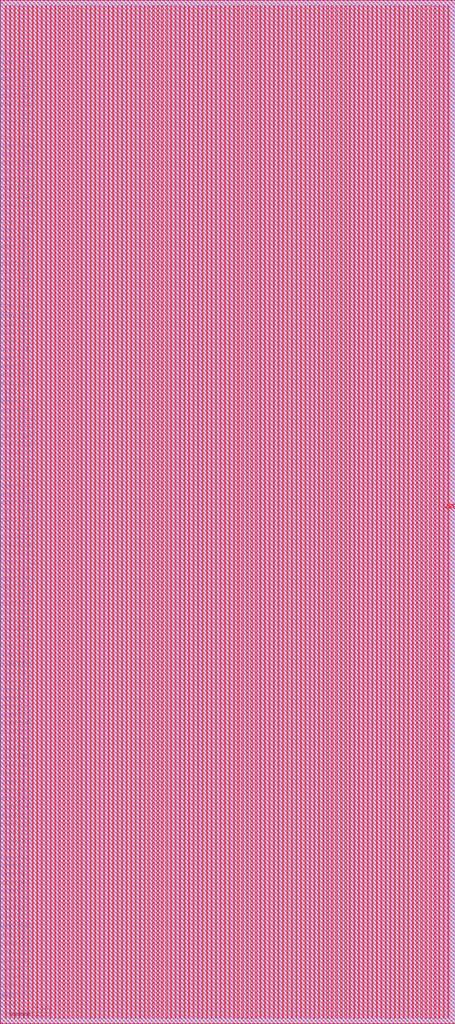
<source format=lef>
VERSION 5.7 ;
BUSBITCHARS "[]" ;
MACRO liteeth_32x384_32_sram
  FOREIGN liteeth_32x384_32_sram 0 0 ;
  SYMMETRY X Y R90 ;
  SIZE 114.000 BY 256.200 ;
  CLASS BLOCK ;
  PIN clk0
    DIRECTION INPUT ;
    USE SIGNAL ;
    SHAPE ABUTMENT ;
    PORT
      LAYER metal3 ;
      RECT 0.000 1.365 0.070 1.435 ;
    END
  END clk0
  PIN csb0
    DIRECTION INPUT ;
    USE SIGNAL ;
    SHAPE ABUTMENT ;
    PORT
      LAYER metal3 ;
      RECT 0.000 3.465 0.070 3.535 ;
    END
  END csb0
  PIN web0
    DIRECTION INPUT ;
    USE SIGNAL ;
    SHAPE ABUTMENT ;
    PORT
      LAYER metal3 ;
      RECT 0.000 5.565 0.070 5.635 ;
    END
  END web0
  PIN addr0[0]
    DIRECTION INPUT ;
    USE SIGNAL ;
    SHAPE ABUTMENT ;
    PORT
      LAYER metal3 ;
      RECT 0.000 6.125 0.070 6.195 ;
    END
  END addr0[0]
  PIN addr0[1]
    DIRECTION INPUT ;
    USE SIGNAL ;
    SHAPE ABUTMENT ;
    PORT
      LAYER metal3 ;
      RECT 0.000 8.225 0.070 8.295 ;
    END
  END addr0[1]
  PIN addr0[2]
    DIRECTION INPUT ;
    USE SIGNAL ;
    SHAPE ABUTMENT ;
    PORT
      LAYER metal3 ;
      RECT 0.000 10.325 0.070 10.395 ;
    END
  END addr0[2]
  PIN addr0[3]
    DIRECTION INPUT ;
    USE SIGNAL ;
    SHAPE ABUTMENT ;
    PORT
      LAYER metal3 ;
      RECT 0.000 12.425 0.070 12.495 ;
    END
  END addr0[3]
  PIN addr0[4]
    DIRECTION INPUT ;
    USE SIGNAL ;
    SHAPE ABUTMENT ;
    PORT
      LAYER metal3 ;
      RECT 0.000 14.525 0.070 14.595 ;
    END
  END addr0[4]
  PIN addr0[5]
    DIRECTION INPUT ;
    USE SIGNAL ;
    SHAPE ABUTMENT ;
    PORT
      LAYER metal3 ;
      RECT 0.000 16.625 0.070 16.695 ;
    END
  END addr0[5]
  PIN addr0[6]
    DIRECTION INPUT ;
    USE SIGNAL ;
    SHAPE ABUTMENT ;
    PORT
      LAYER metal3 ;
      RECT 0.000 18.725 0.070 18.795 ;
    END
  END addr0[6]
  PIN addr0[7]
    DIRECTION INPUT ;
    USE SIGNAL ;
    SHAPE ABUTMENT ;
    PORT
      LAYER metal3 ;
      RECT 0.000 20.825 0.070 20.895 ;
    END
  END addr0[7]
  PIN addr0[8]
    DIRECTION INPUT ;
    USE SIGNAL ;
    SHAPE ABUTMENT ;
    PORT
      LAYER metal3 ;
      RECT 0.000 22.925 0.070 22.995 ;
    END
  END addr0[8]
  PIN din0[0]
    DIRECTION INPUT ;
    USE SIGNAL ;
    SHAPE ABUTMENT ;
    PORT
      LAYER metal3 ;
      RECT 0.000 23.485 0.070 23.555 ;
    END
  END din0[0]
  PIN din0[1]
    DIRECTION INPUT ;
    USE SIGNAL ;
    SHAPE ABUTMENT ;
    PORT
      LAYER metal3 ;
      RECT 0.000 25.585 0.070 25.655 ;
    END
  END din0[1]
  PIN din0[2]
    DIRECTION INPUT ;
    USE SIGNAL ;
    SHAPE ABUTMENT ;
    PORT
      LAYER metal3 ;
      RECT 0.000 27.685 0.070 27.755 ;
    END
  END din0[2]
  PIN din0[3]
    DIRECTION INPUT ;
    USE SIGNAL ;
    SHAPE ABUTMENT ;
    PORT
      LAYER metal3 ;
      RECT 0.000 29.785 0.070 29.855 ;
    END
  END din0[3]
  PIN din0[4]
    DIRECTION INPUT ;
    USE SIGNAL ;
    SHAPE ABUTMENT ;
    PORT
      LAYER metal3 ;
      RECT 0.000 31.885 0.070 31.955 ;
    END
  END din0[4]
  PIN din0[5]
    DIRECTION INPUT ;
    USE SIGNAL ;
    SHAPE ABUTMENT ;
    PORT
      LAYER metal3 ;
      RECT 0.000 33.985 0.070 34.055 ;
    END
  END din0[5]
  PIN din0[6]
    DIRECTION INPUT ;
    USE SIGNAL ;
    SHAPE ABUTMENT ;
    PORT
      LAYER metal3 ;
      RECT 0.000 36.085 0.070 36.155 ;
    END
  END din0[6]
  PIN din0[7]
    DIRECTION INPUT ;
    USE SIGNAL ;
    SHAPE ABUTMENT ;
    PORT
      LAYER metal3 ;
      RECT 0.000 38.185 0.070 38.255 ;
    END
  END din0[7]
  PIN din0[8]
    DIRECTION INPUT ;
    USE SIGNAL ;
    SHAPE ABUTMENT ;
    PORT
      LAYER metal3 ;
      RECT 0.000 40.285 0.070 40.355 ;
    END
  END din0[8]
  PIN din0[9]
    DIRECTION INPUT ;
    USE SIGNAL ;
    SHAPE ABUTMENT ;
    PORT
      LAYER metal3 ;
      RECT 0.000 42.385 0.070 42.455 ;
    END
  END din0[9]
  PIN din0[10]
    DIRECTION INPUT ;
    USE SIGNAL ;
    SHAPE ABUTMENT ;
    PORT
      LAYER metal3 ;
      RECT 0.000 44.485 0.070 44.555 ;
    END
  END din0[10]
  PIN din0[11]
    DIRECTION INPUT ;
    USE SIGNAL ;
    SHAPE ABUTMENT ;
    PORT
      LAYER metal3 ;
      RECT 0.000 46.585 0.070 46.655 ;
    END
  END din0[11]
  PIN din0[12]
    DIRECTION INPUT ;
    USE SIGNAL ;
    SHAPE ABUTMENT ;
    PORT
      LAYER metal3 ;
      RECT 0.000 48.685 0.070 48.755 ;
    END
  END din0[12]
  PIN din0[13]
    DIRECTION INPUT ;
    USE SIGNAL ;
    SHAPE ABUTMENT ;
    PORT
      LAYER metal3 ;
      RECT 0.000 50.785 0.070 50.855 ;
    END
  END din0[13]
  PIN din0[14]
    DIRECTION INPUT ;
    USE SIGNAL ;
    SHAPE ABUTMENT ;
    PORT
      LAYER metal3 ;
      RECT 0.000 52.885 0.070 52.955 ;
    END
  END din0[14]
  PIN din0[15]
    DIRECTION INPUT ;
    USE SIGNAL ;
    SHAPE ABUTMENT ;
    PORT
      LAYER metal3 ;
      RECT 0.000 54.985 0.070 55.055 ;
    END
  END din0[15]
  PIN din0[16]
    DIRECTION INPUT ;
    USE SIGNAL ;
    SHAPE ABUTMENT ;
    PORT
      LAYER metal3 ;
      RECT 0.000 57.085 0.070 57.155 ;
    END
  END din0[16]
  PIN din0[17]
    DIRECTION INPUT ;
    USE SIGNAL ;
    SHAPE ABUTMENT ;
    PORT
      LAYER metal3 ;
      RECT 0.000 59.185 0.070 59.255 ;
    END
  END din0[17]
  PIN din0[18]
    DIRECTION INPUT ;
    USE SIGNAL ;
    SHAPE ABUTMENT ;
    PORT
      LAYER metal3 ;
      RECT 0.000 61.285 0.070 61.355 ;
    END
  END din0[18]
  PIN din0[19]
    DIRECTION INPUT ;
    USE SIGNAL ;
    SHAPE ABUTMENT ;
    PORT
      LAYER metal3 ;
      RECT 0.000 63.385 0.070 63.455 ;
    END
  END din0[19]
  PIN din0[20]
    DIRECTION INPUT ;
    USE SIGNAL ;
    SHAPE ABUTMENT ;
    PORT
      LAYER metal3 ;
      RECT 0.000 65.485 0.070 65.555 ;
    END
  END din0[20]
  PIN din0[21]
    DIRECTION INPUT ;
    USE SIGNAL ;
    SHAPE ABUTMENT ;
    PORT
      LAYER metal3 ;
      RECT 0.000 67.585 0.070 67.655 ;
    END
  END din0[21]
  PIN din0[22]
    DIRECTION INPUT ;
    USE SIGNAL ;
    SHAPE ABUTMENT ;
    PORT
      LAYER metal3 ;
      RECT 0.000 69.685 0.070 69.755 ;
    END
  END din0[22]
  PIN din0[23]
    DIRECTION INPUT ;
    USE SIGNAL ;
    SHAPE ABUTMENT ;
    PORT
      LAYER metal3 ;
      RECT 0.000 71.785 0.070 71.855 ;
    END
  END din0[23]
  PIN din0[24]
    DIRECTION INPUT ;
    USE SIGNAL ;
    SHAPE ABUTMENT ;
    PORT
      LAYER metal3 ;
      RECT 0.000 73.885 0.070 73.955 ;
    END
  END din0[24]
  PIN din0[25]
    DIRECTION INPUT ;
    USE SIGNAL ;
    SHAPE ABUTMENT ;
    PORT
      LAYER metal3 ;
      RECT 0.000 75.985 0.070 76.055 ;
    END
  END din0[25]
  PIN din0[26]
    DIRECTION INPUT ;
    USE SIGNAL ;
    SHAPE ABUTMENT ;
    PORT
      LAYER metal3 ;
      RECT 0.000 78.085 0.070 78.155 ;
    END
  END din0[26]
  PIN din0[27]
    DIRECTION INPUT ;
    USE SIGNAL ;
    SHAPE ABUTMENT ;
    PORT
      LAYER metal3 ;
      RECT 0.000 80.185 0.070 80.255 ;
    END
  END din0[27]
  PIN din0[28]
    DIRECTION INPUT ;
    USE SIGNAL ;
    SHAPE ABUTMENT ;
    PORT
      LAYER metal3 ;
      RECT 0.000 82.285 0.070 82.355 ;
    END
  END din0[28]
  PIN din0[29]
    DIRECTION INPUT ;
    USE SIGNAL ;
    SHAPE ABUTMENT ;
    PORT
      LAYER metal3 ;
      RECT 0.000 84.385 0.070 84.455 ;
    END
  END din0[29]
  PIN din0[30]
    DIRECTION INPUT ;
    USE SIGNAL ;
    SHAPE ABUTMENT ;
    PORT
      LAYER metal3 ;
      RECT 0.000 86.485 0.070 86.555 ;
    END
  END din0[30]
  PIN din0[31]
    DIRECTION INPUT ;
    USE SIGNAL ;
    SHAPE ABUTMENT ;
    PORT
      LAYER metal3 ;
      RECT 0.000 88.585 0.070 88.655 ;
    END
  END din0[31]
  PIN dout0[0]
    DIRECTION OUTPUT ;
    USE SIGNAL ;
    SHAPE ABUTMENT ;
    PORT
      LAYER metal3 ;
      RECT 0.000 89.145 0.070 89.215 ;
    END
  END dout0[0]
  PIN dout0[1]
    DIRECTION OUTPUT ;
    USE SIGNAL ;
    SHAPE ABUTMENT ;
    PORT
      LAYER metal3 ;
      RECT 0.000 91.245 0.070 91.315 ;
    END
  END dout0[1]
  PIN dout0[2]
    DIRECTION OUTPUT ;
    USE SIGNAL ;
    SHAPE ABUTMENT ;
    PORT
      LAYER metal3 ;
      RECT 0.000 93.345 0.070 93.415 ;
    END
  END dout0[2]
  PIN dout0[3]
    DIRECTION OUTPUT ;
    USE SIGNAL ;
    SHAPE ABUTMENT ;
    PORT
      LAYER metal3 ;
      RECT 0.000 95.445 0.070 95.515 ;
    END
  END dout0[3]
  PIN dout0[4]
    DIRECTION OUTPUT ;
    USE SIGNAL ;
    SHAPE ABUTMENT ;
    PORT
      LAYER metal3 ;
      RECT 0.000 97.545 0.070 97.615 ;
    END
  END dout0[4]
  PIN dout0[5]
    DIRECTION OUTPUT ;
    USE SIGNAL ;
    SHAPE ABUTMENT ;
    PORT
      LAYER metal3 ;
      RECT 0.000 99.645 0.070 99.715 ;
    END
  END dout0[5]
  PIN dout0[6]
    DIRECTION OUTPUT ;
    USE SIGNAL ;
    SHAPE ABUTMENT ;
    PORT
      LAYER metal3 ;
      RECT 0.000 101.745 0.070 101.815 ;
    END
  END dout0[6]
  PIN dout0[7]
    DIRECTION OUTPUT ;
    USE SIGNAL ;
    SHAPE ABUTMENT ;
    PORT
      LAYER metal3 ;
      RECT 0.000 103.845 0.070 103.915 ;
    END
  END dout0[7]
  PIN dout0[8]
    DIRECTION OUTPUT ;
    USE SIGNAL ;
    SHAPE ABUTMENT ;
    PORT
      LAYER metal3 ;
      RECT 0.000 105.945 0.070 106.015 ;
    END
  END dout0[8]
  PIN dout0[9]
    DIRECTION OUTPUT ;
    USE SIGNAL ;
    SHAPE ABUTMENT ;
    PORT
      LAYER metal3 ;
      RECT 0.000 108.045 0.070 108.115 ;
    END
  END dout0[9]
  PIN dout0[10]
    DIRECTION OUTPUT ;
    USE SIGNAL ;
    SHAPE ABUTMENT ;
    PORT
      LAYER metal3 ;
      RECT 0.000 110.145 0.070 110.215 ;
    END
  END dout0[10]
  PIN dout0[11]
    DIRECTION OUTPUT ;
    USE SIGNAL ;
    SHAPE ABUTMENT ;
    PORT
      LAYER metal3 ;
      RECT 0.000 112.245 0.070 112.315 ;
    END
  END dout0[11]
  PIN dout0[12]
    DIRECTION OUTPUT ;
    USE SIGNAL ;
    SHAPE ABUTMENT ;
    PORT
      LAYER metal3 ;
      RECT 0.000 114.345 0.070 114.415 ;
    END
  END dout0[12]
  PIN dout0[13]
    DIRECTION OUTPUT ;
    USE SIGNAL ;
    SHAPE ABUTMENT ;
    PORT
      LAYER metal3 ;
      RECT 0.000 116.445 0.070 116.515 ;
    END
  END dout0[13]
  PIN dout0[14]
    DIRECTION OUTPUT ;
    USE SIGNAL ;
    SHAPE ABUTMENT ;
    PORT
      LAYER metal3 ;
      RECT 0.000 118.545 0.070 118.615 ;
    END
  END dout0[14]
  PIN dout0[15]
    DIRECTION OUTPUT ;
    USE SIGNAL ;
    SHAPE ABUTMENT ;
    PORT
      LAYER metal3 ;
      RECT 0.000 120.645 0.070 120.715 ;
    END
  END dout0[15]
  PIN dout0[16]
    DIRECTION OUTPUT ;
    USE SIGNAL ;
    SHAPE ABUTMENT ;
    PORT
      LAYER metal3 ;
      RECT 0.000 122.745 0.070 122.815 ;
    END
  END dout0[16]
  PIN dout0[17]
    DIRECTION OUTPUT ;
    USE SIGNAL ;
    SHAPE ABUTMENT ;
    PORT
      LAYER metal3 ;
      RECT 0.000 124.845 0.070 124.915 ;
    END
  END dout0[17]
  PIN dout0[18]
    DIRECTION OUTPUT ;
    USE SIGNAL ;
    SHAPE ABUTMENT ;
    PORT
      LAYER metal3 ;
      RECT 0.000 126.945 0.070 127.015 ;
    END
  END dout0[18]
  PIN dout0[19]
    DIRECTION OUTPUT ;
    USE SIGNAL ;
    SHAPE ABUTMENT ;
    PORT
      LAYER metal3 ;
      RECT 0.000 129.045 0.070 129.115 ;
    END
  END dout0[19]
  PIN dout0[20]
    DIRECTION OUTPUT ;
    USE SIGNAL ;
    SHAPE ABUTMENT ;
    PORT
      LAYER metal3 ;
      RECT 0.000 131.145 0.070 131.215 ;
    END
  END dout0[20]
  PIN dout0[21]
    DIRECTION OUTPUT ;
    USE SIGNAL ;
    SHAPE ABUTMENT ;
    PORT
      LAYER metal3 ;
      RECT 0.000 133.245 0.070 133.315 ;
    END
  END dout0[21]
  PIN dout0[22]
    DIRECTION OUTPUT ;
    USE SIGNAL ;
    SHAPE ABUTMENT ;
    PORT
      LAYER metal3 ;
      RECT 0.000 135.345 0.070 135.415 ;
    END
  END dout0[22]
  PIN dout0[23]
    DIRECTION OUTPUT ;
    USE SIGNAL ;
    SHAPE ABUTMENT ;
    PORT
      LAYER metal3 ;
      RECT 0.000 137.445 0.070 137.515 ;
    END
  END dout0[23]
  PIN dout0[24]
    DIRECTION OUTPUT ;
    USE SIGNAL ;
    SHAPE ABUTMENT ;
    PORT
      LAYER metal3 ;
      RECT 0.000 139.545 0.070 139.615 ;
    END
  END dout0[24]
  PIN dout0[25]
    DIRECTION OUTPUT ;
    USE SIGNAL ;
    SHAPE ABUTMENT ;
    PORT
      LAYER metal3 ;
      RECT 0.000 141.645 0.070 141.715 ;
    END
  END dout0[25]
  PIN dout0[26]
    DIRECTION OUTPUT ;
    USE SIGNAL ;
    SHAPE ABUTMENT ;
    PORT
      LAYER metal3 ;
      RECT 0.000 143.745 0.070 143.815 ;
    END
  END dout0[26]
  PIN dout0[27]
    DIRECTION OUTPUT ;
    USE SIGNAL ;
    SHAPE ABUTMENT ;
    PORT
      LAYER metal3 ;
      RECT 0.000 145.845 0.070 145.915 ;
    END
  END dout0[27]
  PIN dout0[28]
    DIRECTION OUTPUT ;
    USE SIGNAL ;
    SHAPE ABUTMENT ;
    PORT
      LAYER metal3 ;
      RECT 0.000 147.945 0.070 148.015 ;
    END
  END dout0[28]
  PIN dout0[29]
    DIRECTION OUTPUT ;
    USE SIGNAL ;
    SHAPE ABUTMENT ;
    PORT
      LAYER metal3 ;
      RECT 0.000 150.045 0.070 150.115 ;
    END
  END dout0[29]
  PIN dout0[30]
    DIRECTION OUTPUT ;
    USE SIGNAL ;
    SHAPE ABUTMENT ;
    PORT
      LAYER metal3 ;
      RECT 0.000 152.145 0.070 152.215 ;
    END
  END dout0[30]
  PIN dout0[31]
    DIRECTION OUTPUT ;
    USE SIGNAL ;
    SHAPE ABUTMENT ;
    PORT
      LAYER metal3 ;
      RECT 0.000 154.245 0.070 154.315 ;
    END
  END dout0[31]
  PIN clk1
    DIRECTION INPUT ;
    USE SIGNAL ;
    SHAPE ABUTMENT ;
    PORT
      LAYER metal3 ;
      RECT 0.000 154.805 0.070 154.875 ;
    END
  END clk1
  PIN csb1
    DIRECTION INPUT ;
    USE SIGNAL ;
    SHAPE ABUTMENT ;
    PORT
      LAYER metal3 ;
      RECT 0.000 156.905 0.070 156.975 ;
    END
  END csb1
  PIN addr1[0]
    DIRECTION INPUT ;
    USE SIGNAL ;
    SHAPE ABUTMENT ;
    PORT
      LAYER metal3 ;
      RECT 0.000 159.005 0.070 159.075 ;
    END
  END addr1[0]
  PIN addr1[1]
    DIRECTION INPUT ;
    USE SIGNAL ;
    SHAPE ABUTMENT ;
    PORT
      LAYER metal3 ;
      RECT 0.000 161.105 0.070 161.175 ;
    END
  END addr1[1]
  PIN addr1[2]
    DIRECTION INPUT ;
    USE SIGNAL ;
    SHAPE ABUTMENT ;
    PORT
      LAYER metal3 ;
      RECT 0.000 163.205 0.070 163.275 ;
    END
  END addr1[2]
  PIN addr1[3]
    DIRECTION INPUT ;
    USE SIGNAL ;
    SHAPE ABUTMENT ;
    PORT
      LAYER metal3 ;
      RECT 0.000 165.305 0.070 165.375 ;
    END
  END addr1[3]
  PIN addr1[4]
    DIRECTION INPUT ;
    USE SIGNAL ;
    SHAPE ABUTMENT ;
    PORT
      LAYER metal3 ;
      RECT 0.000 167.405 0.070 167.475 ;
    END
  END addr1[4]
  PIN addr1[5]
    DIRECTION INPUT ;
    USE SIGNAL ;
    SHAPE ABUTMENT ;
    PORT
      LAYER metal3 ;
      RECT 0.000 169.505 0.070 169.575 ;
    END
  END addr1[5]
  PIN addr1[6]
    DIRECTION INPUT ;
    USE SIGNAL ;
    SHAPE ABUTMENT ;
    PORT
      LAYER metal3 ;
      RECT 0.000 171.605 0.070 171.675 ;
    END
  END addr1[6]
  PIN addr1[7]
    DIRECTION INPUT ;
    USE SIGNAL ;
    SHAPE ABUTMENT ;
    PORT
      LAYER metal3 ;
      RECT 0.000 173.705 0.070 173.775 ;
    END
  END addr1[7]
  PIN addr1[8]
    DIRECTION INPUT ;
    USE SIGNAL ;
    SHAPE ABUTMENT ;
    PORT
      LAYER metal3 ;
      RECT 0.000 175.805 0.070 175.875 ;
    END
  END addr1[8]
  PIN dout1[0]
    DIRECTION OUTPUT ;
    USE SIGNAL ;
    SHAPE ABUTMENT ;
    PORT
      LAYER metal3 ;
      RECT 0.000 176.365 0.070 176.435 ;
    END
  END dout1[0]
  PIN dout1[1]
    DIRECTION OUTPUT ;
    USE SIGNAL ;
    SHAPE ABUTMENT ;
    PORT
      LAYER metal3 ;
      RECT 0.000 178.465 0.070 178.535 ;
    END
  END dout1[1]
  PIN dout1[2]
    DIRECTION OUTPUT ;
    USE SIGNAL ;
    SHAPE ABUTMENT ;
    PORT
      LAYER metal3 ;
      RECT 0.000 180.565 0.070 180.635 ;
    END
  END dout1[2]
  PIN dout1[3]
    DIRECTION OUTPUT ;
    USE SIGNAL ;
    SHAPE ABUTMENT ;
    PORT
      LAYER metal3 ;
      RECT 0.000 182.665 0.070 182.735 ;
    END
  END dout1[3]
  PIN dout1[4]
    DIRECTION OUTPUT ;
    USE SIGNAL ;
    SHAPE ABUTMENT ;
    PORT
      LAYER metal3 ;
      RECT 0.000 184.765 0.070 184.835 ;
    END
  END dout1[4]
  PIN dout1[5]
    DIRECTION OUTPUT ;
    USE SIGNAL ;
    SHAPE ABUTMENT ;
    PORT
      LAYER metal3 ;
      RECT 0.000 186.865 0.070 186.935 ;
    END
  END dout1[5]
  PIN dout1[6]
    DIRECTION OUTPUT ;
    USE SIGNAL ;
    SHAPE ABUTMENT ;
    PORT
      LAYER metal3 ;
      RECT 0.000 188.965 0.070 189.035 ;
    END
  END dout1[6]
  PIN dout1[7]
    DIRECTION OUTPUT ;
    USE SIGNAL ;
    SHAPE ABUTMENT ;
    PORT
      LAYER metal3 ;
      RECT 0.000 191.065 0.070 191.135 ;
    END
  END dout1[7]
  PIN dout1[8]
    DIRECTION OUTPUT ;
    USE SIGNAL ;
    SHAPE ABUTMENT ;
    PORT
      LAYER metal3 ;
      RECT 0.000 193.165 0.070 193.235 ;
    END
  END dout1[8]
  PIN dout1[9]
    DIRECTION OUTPUT ;
    USE SIGNAL ;
    SHAPE ABUTMENT ;
    PORT
      LAYER metal3 ;
      RECT 0.000 195.265 0.070 195.335 ;
    END
  END dout1[9]
  PIN dout1[10]
    DIRECTION OUTPUT ;
    USE SIGNAL ;
    SHAPE ABUTMENT ;
    PORT
      LAYER metal3 ;
      RECT 0.000 197.365 0.070 197.435 ;
    END
  END dout1[10]
  PIN dout1[11]
    DIRECTION OUTPUT ;
    USE SIGNAL ;
    SHAPE ABUTMENT ;
    PORT
      LAYER metal3 ;
      RECT 0.000 199.465 0.070 199.535 ;
    END
  END dout1[11]
  PIN dout1[12]
    DIRECTION OUTPUT ;
    USE SIGNAL ;
    SHAPE ABUTMENT ;
    PORT
      LAYER metal3 ;
      RECT 0.000 201.565 0.070 201.635 ;
    END
  END dout1[12]
  PIN dout1[13]
    DIRECTION OUTPUT ;
    USE SIGNAL ;
    SHAPE ABUTMENT ;
    PORT
      LAYER metal3 ;
      RECT 0.000 203.665 0.070 203.735 ;
    END
  END dout1[13]
  PIN dout1[14]
    DIRECTION OUTPUT ;
    USE SIGNAL ;
    SHAPE ABUTMENT ;
    PORT
      LAYER metal3 ;
      RECT 0.000 205.765 0.070 205.835 ;
    END
  END dout1[14]
  PIN dout1[15]
    DIRECTION OUTPUT ;
    USE SIGNAL ;
    SHAPE ABUTMENT ;
    PORT
      LAYER metal3 ;
      RECT 0.000 207.865 0.070 207.935 ;
    END
  END dout1[15]
  PIN dout1[16]
    DIRECTION OUTPUT ;
    USE SIGNAL ;
    SHAPE ABUTMENT ;
    PORT
      LAYER metal3 ;
      RECT 0.000 209.965 0.070 210.035 ;
    END
  END dout1[16]
  PIN dout1[17]
    DIRECTION OUTPUT ;
    USE SIGNAL ;
    SHAPE ABUTMENT ;
    PORT
      LAYER metal3 ;
      RECT 0.000 212.065 0.070 212.135 ;
    END
  END dout1[17]
  PIN dout1[18]
    DIRECTION OUTPUT ;
    USE SIGNAL ;
    SHAPE ABUTMENT ;
    PORT
      LAYER metal3 ;
      RECT 0.000 214.165 0.070 214.235 ;
    END
  END dout1[18]
  PIN dout1[19]
    DIRECTION OUTPUT ;
    USE SIGNAL ;
    SHAPE ABUTMENT ;
    PORT
      LAYER metal3 ;
      RECT 0.000 216.265 0.070 216.335 ;
    END
  END dout1[19]
  PIN dout1[20]
    DIRECTION OUTPUT ;
    USE SIGNAL ;
    SHAPE ABUTMENT ;
    PORT
      LAYER metal3 ;
      RECT 0.000 218.365 0.070 218.435 ;
    END
  END dout1[20]
  PIN dout1[21]
    DIRECTION OUTPUT ;
    USE SIGNAL ;
    SHAPE ABUTMENT ;
    PORT
      LAYER metal3 ;
      RECT 0.000 220.465 0.070 220.535 ;
    END
  END dout1[21]
  PIN dout1[22]
    DIRECTION OUTPUT ;
    USE SIGNAL ;
    SHAPE ABUTMENT ;
    PORT
      LAYER metal3 ;
      RECT 0.000 222.565 0.070 222.635 ;
    END
  END dout1[22]
  PIN dout1[23]
    DIRECTION OUTPUT ;
    USE SIGNAL ;
    SHAPE ABUTMENT ;
    PORT
      LAYER metal3 ;
      RECT 0.000 224.665 0.070 224.735 ;
    END
  END dout1[23]
  PIN dout1[24]
    DIRECTION OUTPUT ;
    USE SIGNAL ;
    SHAPE ABUTMENT ;
    PORT
      LAYER metal3 ;
      RECT 0.000 226.765 0.070 226.835 ;
    END
  END dout1[24]
  PIN dout1[25]
    DIRECTION OUTPUT ;
    USE SIGNAL ;
    SHAPE ABUTMENT ;
    PORT
      LAYER metal3 ;
      RECT 0.000 228.865 0.070 228.935 ;
    END
  END dout1[25]
  PIN dout1[26]
    DIRECTION OUTPUT ;
    USE SIGNAL ;
    SHAPE ABUTMENT ;
    PORT
      LAYER metal3 ;
      RECT 0.000 230.965 0.070 231.035 ;
    END
  END dout1[26]
  PIN dout1[27]
    DIRECTION OUTPUT ;
    USE SIGNAL ;
    SHAPE ABUTMENT ;
    PORT
      LAYER metal3 ;
      RECT 0.000 233.065 0.070 233.135 ;
    END
  END dout1[27]
  PIN dout1[28]
    DIRECTION OUTPUT ;
    USE SIGNAL ;
    SHAPE ABUTMENT ;
    PORT
      LAYER metal3 ;
      RECT 0.000 235.165 0.070 235.235 ;
    END
  END dout1[28]
  PIN dout1[29]
    DIRECTION OUTPUT ;
    USE SIGNAL ;
    SHAPE ABUTMENT ;
    PORT
      LAYER metal3 ;
      RECT 0.000 237.265 0.070 237.335 ;
    END
  END dout1[29]
  PIN dout1[30]
    DIRECTION OUTPUT ;
    USE SIGNAL ;
    SHAPE ABUTMENT ;
    PORT
      LAYER metal3 ;
      RECT 0.000 239.365 0.070 239.435 ;
    END
  END dout1[30]
  PIN dout1[31]
    DIRECTION OUTPUT ;
    USE SIGNAL ;
    SHAPE ABUTMENT ;
    PORT
      LAYER metal3 ;
      RECT 0.000 241.465 0.070 241.535 ;
    END
  END dout1[31]
  PIN VSS
    DIRECTION INOUT ;
    USE GROUND ;
    PORT
      LAYER metal4 ;
      RECT 1.260 1.400 1.540 254.800 ;
      RECT 3.500 1.400 3.780 254.800 ;
      RECT 5.740 1.400 6.020 254.800 ;
      RECT 7.980 1.400 8.260 254.800 ;
      RECT 10.220 1.400 10.500 254.800 ;
      RECT 12.460 1.400 12.740 254.800 ;
      RECT 14.700 1.400 14.980 254.800 ;
      RECT 16.940 1.400 17.220 254.800 ;
      RECT 19.180 1.400 19.460 254.800 ;
      RECT 21.420 1.400 21.700 254.800 ;
      RECT 23.660 1.400 23.940 254.800 ;
      RECT 25.900 1.400 26.180 254.800 ;
      RECT 28.140 1.400 28.420 254.800 ;
      RECT 30.380 1.400 30.660 254.800 ;
      RECT 32.620 1.400 32.900 254.800 ;
      RECT 34.860 1.400 35.140 254.800 ;
      RECT 37.100 1.400 37.380 254.800 ;
      RECT 39.340 1.400 39.620 254.800 ;
      RECT 41.580 1.400 41.860 254.800 ;
      RECT 43.820 1.400 44.100 254.800 ;
      RECT 46.060 1.400 46.340 254.800 ;
      RECT 48.300 1.400 48.580 254.800 ;
      RECT 50.540 1.400 50.820 254.800 ;
      RECT 52.780 1.400 53.060 254.800 ;
      RECT 55.020 1.400 55.300 254.800 ;
      RECT 57.260 1.400 57.540 254.800 ;
      RECT 59.500 1.400 59.780 254.800 ;
      RECT 61.740 1.400 62.020 254.800 ;
      RECT 63.980 1.400 64.260 254.800 ;
      RECT 66.220 1.400 66.500 254.800 ;
      RECT 68.460 1.400 68.740 254.800 ;
      RECT 70.700 1.400 70.980 254.800 ;
      RECT 72.940 1.400 73.220 254.800 ;
      RECT 75.180 1.400 75.460 254.800 ;
      RECT 77.420 1.400 77.700 254.800 ;
      RECT 79.660 1.400 79.940 254.800 ;
      RECT 81.900 1.400 82.180 254.800 ;
      RECT 84.140 1.400 84.420 254.800 ;
      RECT 86.380 1.400 86.660 254.800 ;
      RECT 88.620 1.400 88.900 254.800 ;
      RECT 90.860 1.400 91.140 254.800 ;
      RECT 93.100 1.400 93.380 254.800 ;
      RECT 95.340 1.400 95.620 254.800 ;
      RECT 97.580 1.400 97.860 254.800 ;
      RECT 99.820 1.400 100.100 254.800 ;
      RECT 102.060 1.400 102.340 254.800 ;
      RECT 104.300 1.400 104.580 254.800 ;
      RECT 106.540 1.400 106.820 254.800 ;
      RECT 108.780 1.400 109.060 254.800 ;
      RECT 111.020 1.400 111.300 254.800 ;
    END
  END VSS
  PIN VDD
    DIRECTION INOUT ;
    USE POWER ;
    PORT
      LAYER metal4 ;
      RECT 2.380 1.400 2.660 254.800 ;
      RECT 4.620 1.400 4.900 254.800 ;
      RECT 6.860 1.400 7.140 254.800 ;
      RECT 9.100 1.400 9.380 254.800 ;
      RECT 11.340 1.400 11.620 254.800 ;
      RECT 13.580 1.400 13.860 254.800 ;
      RECT 15.820 1.400 16.100 254.800 ;
      RECT 18.060 1.400 18.340 254.800 ;
      RECT 20.300 1.400 20.580 254.800 ;
      RECT 22.540 1.400 22.820 254.800 ;
      RECT 24.780 1.400 25.060 254.800 ;
      RECT 27.020 1.400 27.300 254.800 ;
      RECT 29.260 1.400 29.540 254.800 ;
      RECT 31.500 1.400 31.780 254.800 ;
      RECT 33.740 1.400 34.020 254.800 ;
      RECT 35.980 1.400 36.260 254.800 ;
      RECT 38.220 1.400 38.500 254.800 ;
      RECT 40.460 1.400 40.740 254.800 ;
      RECT 42.700 1.400 42.980 254.800 ;
      RECT 44.940 1.400 45.220 254.800 ;
      RECT 47.180 1.400 47.460 254.800 ;
      RECT 49.420 1.400 49.700 254.800 ;
      RECT 51.660 1.400 51.940 254.800 ;
      RECT 53.900 1.400 54.180 254.800 ;
      RECT 56.140 1.400 56.420 254.800 ;
      RECT 58.380 1.400 58.660 254.800 ;
      RECT 60.620 1.400 60.900 254.800 ;
      RECT 62.860 1.400 63.140 254.800 ;
      RECT 65.100 1.400 65.380 254.800 ;
      RECT 67.340 1.400 67.620 254.800 ;
      RECT 69.580 1.400 69.860 254.800 ;
      RECT 71.820 1.400 72.100 254.800 ;
      RECT 74.060 1.400 74.340 254.800 ;
      RECT 76.300 1.400 76.580 254.800 ;
      RECT 78.540 1.400 78.820 254.800 ;
      RECT 80.780 1.400 81.060 254.800 ;
      RECT 83.020 1.400 83.300 254.800 ;
      RECT 85.260 1.400 85.540 254.800 ;
      RECT 87.500 1.400 87.780 254.800 ;
      RECT 89.740 1.400 90.020 254.800 ;
      RECT 91.980 1.400 92.260 254.800 ;
      RECT 94.220 1.400 94.500 254.800 ;
      RECT 96.460 1.400 96.740 254.800 ;
      RECT 98.700 1.400 98.980 254.800 ;
      RECT 100.940 1.400 101.220 254.800 ;
      RECT 103.180 1.400 103.460 254.800 ;
      RECT 105.420 1.400 105.700 254.800 ;
      RECT 107.660 1.400 107.940 254.800 ;
      RECT 109.900 1.400 110.180 254.800 ;
      RECT 112.140 1.400 112.420 254.800 ;
    END
  END VDD
  OBS
    LAYER metal1 ;
    RECT 0 0 114.000 256.200 ;
    LAYER metal2 ;
    RECT 0 0 114.000 256.200 ;
    LAYER metal3 ;
    RECT 0.070 0 114.000 256.200 ;
    LAYER metal4 ;
    RECT 0 0 114.000 256.200 ;
    LAYER OVERLAP ;
    RECT 0 0 114.000 256.200 ;
  END
END liteeth_32x384_32_sram

END LIBRARY

</source>
